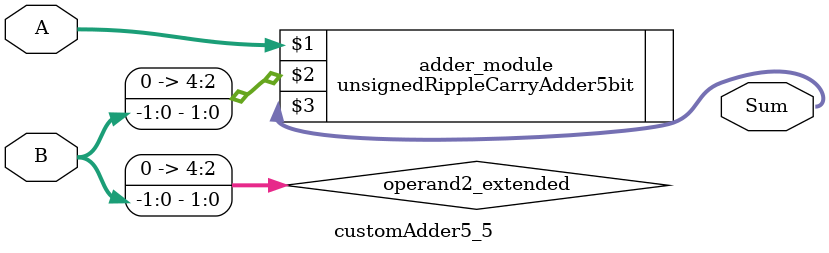
<source format=v>
module customAdder5_5(
                        input [4 : 0] A,
                        input [-1 : 0] B,
                        
                        output [5 : 0] Sum
                );

        wire [4 : 0] operand2_extended;
        
        assign operand2_extended =  {5'b0, B};
        
        unsignedRippleCarryAdder5bit adder_module(
            A,
            operand2_extended,
            Sum
        );
        
        endmodule
        
</source>
